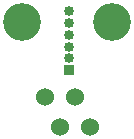
<source format=gbr>
%TF.GenerationSoftware,KiCad,Pcbnew,8.0.8-8.0.8-0~ubuntu24.04.1*%
%TF.CreationDate,2025-02-26T12:27:19-05:00*%
%TF.ProjectId,imu-board,696d752d-626f-4617-9264-2e6b69636164,rev?*%
%TF.SameCoordinates,Original*%
%TF.FileFunction,Soldermask,Bot*%
%TF.FilePolarity,Negative*%
%FSLAX46Y46*%
G04 Gerber Fmt 4.6, Leading zero omitted, Abs format (unit mm)*
G04 Created by KiCad (PCBNEW 8.0.8-8.0.8-0~ubuntu24.04.1) date 2025-02-26 12:27:19*
%MOMM*%
%LPD*%
G01*
G04 APERTURE LIST*
%ADD10R,0.850000X0.850000*%
%ADD11O,0.850000X0.850000*%
%ADD12C,3.200000*%
%ADD13C,1.524000*%
G04 APERTURE END LIST*
D10*
%TO.C,J3*%
X56134000Y-69278000D03*
D11*
X56134000Y-68278000D03*
X56134000Y-67278000D03*
X56134000Y-66278000D03*
X56134000Y-65278000D03*
X56134000Y-64278000D03*
%TD*%
D12*
%TO.C,J2*%
X52192000Y-65171000D03*
X59817000Y-65171000D03*
D13*
X54097000Y-71521000D03*
X55367000Y-74061000D03*
X56637000Y-71521000D03*
X57907000Y-74061000D03*
%TD*%
M02*

</source>
